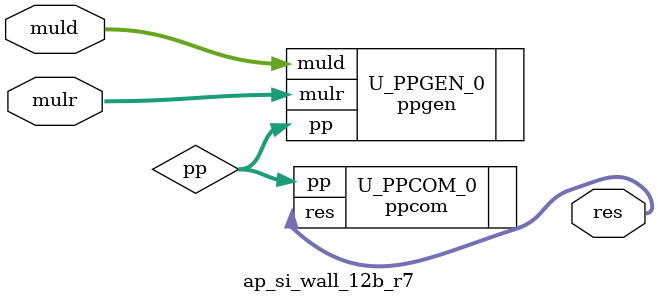
<source format=v>
module ap_si_wall_12b_r7 (
    input  signed [11:0] muld,
    input  signed [11:0] mulr,
    
    output signed [23:0] res
);

wire [143:0] pp;

ppgen #(
    .DW                             (  12                           ))
U_PPGEN_0(
    .muld                           ( muld                          ),
    .mulr                           ( mulr                          ),
    .pp                             ( pp                            )
);


ppcom U_PPCOM_0(
    .pp                             ( pp                            ),
    .res                            ( res                           )
);


endmodule

</source>
